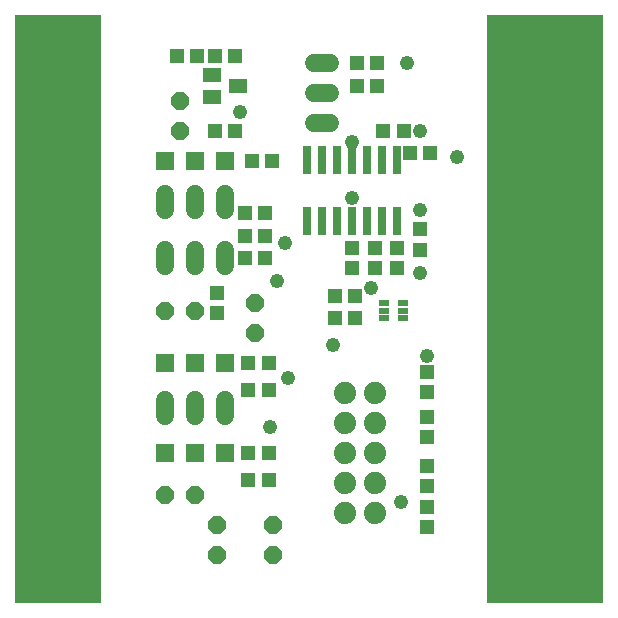
<source format=gts>
G75*
%MOIN*%
%OFA0B0*%
%FSLAX25Y25*%
%IPPOS*%
%LPD*%
%AMOC8*
5,1,8,0,0,1.08239X$1,22.5*
%
%ADD10R,0.28750X1.96250*%
%ADD11R,0.38750X1.96250*%
%ADD12R,0.03162X0.09461*%
%ADD13R,0.05131X0.04737*%
%ADD14OC8,0.06000*%
%ADD15R,0.04737X0.05131*%
%ADD16R,0.05950X0.05950*%
%ADD17C,0.06000*%
%ADD18C,0.07400*%
%ADD19R,0.03556X0.01981*%
%ADD20R,0.06312X0.04737*%
%ADD21C,0.04800*%
%ADD22C,0.05600*%
D10*
X0016175Y0099925D03*
D11*
X0178675Y0099925D03*
D12*
X0129300Y0129064D03*
X0124300Y0129064D03*
X0119300Y0129064D03*
X0114300Y0129064D03*
X0109300Y0129064D03*
X0104300Y0129064D03*
X0099300Y0129064D03*
X0099300Y0149536D03*
X0104300Y0149536D03*
X0109300Y0149536D03*
X0114300Y0149536D03*
X0119300Y0149536D03*
X0124300Y0149536D03*
X0129300Y0149536D03*
D13*
X0136800Y0126396D03*
X0136800Y0119704D03*
X0129300Y0120146D03*
X0129300Y0113454D03*
X0121800Y0113454D03*
X0121800Y0120146D03*
X0114300Y0120146D03*
X0114300Y0113454D03*
X0139300Y0078896D03*
X0139300Y0072204D03*
X0139300Y0033896D03*
X0139300Y0027204D03*
X0069300Y0098454D03*
X0069300Y0105146D03*
D14*
X0061800Y0099300D03*
X0051800Y0099300D03*
X0081800Y0101800D03*
X0081800Y0091800D03*
X0061800Y0038050D03*
X0051800Y0038050D03*
X0069300Y0028050D03*
X0069300Y0018050D03*
X0088050Y0018050D03*
X0088050Y0028050D03*
X0056800Y0159300D03*
X0056800Y0169300D03*
D15*
X0068454Y0159300D03*
X0075146Y0159300D03*
X0080954Y0149300D03*
X0087646Y0149300D03*
X0085146Y0131800D03*
X0078454Y0131800D03*
X0078454Y0124300D03*
X0085146Y0124300D03*
X0085146Y0116800D03*
X0078454Y0116800D03*
X0108454Y0104300D03*
X0115146Y0104300D03*
X0115146Y0096800D03*
X0108454Y0096800D03*
X0086396Y0081800D03*
X0079704Y0081800D03*
X0079704Y0073050D03*
X0086396Y0073050D03*
X0086396Y0051800D03*
X0079704Y0051800D03*
X0079704Y0043050D03*
X0086396Y0043050D03*
X0139300Y0040954D03*
X0139300Y0047646D03*
X0139300Y0057204D03*
X0139300Y0063896D03*
X0140146Y0151800D03*
X0133454Y0151800D03*
X0131396Y0159300D03*
X0124704Y0159300D03*
X0122646Y0174300D03*
X0115954Y0174300D03*
X0115954Y0181800D03*
X0122646Y0181800D03*
X0075146Y0184300D03*
X0068454Y0184300D03*
X0062646Y0184300D03*
X0055954Y0184300D03*
D16*
X0051800Y0149300D03*
X0061800Y0149300D03*
X0071800Y0149300D03*
X0071800Y0081800D03*
X0061800Y0081800D03*
X0051800Y0081800D03*
X0051800Y0051800D03*
X0061800Y0051800D03*
X0071800Y0051800D03*
D17*
X0071800Y0064200D02*
X0071800Y0069400D01*
X0061800Y0069400D02*
X0061800Y0064200D01*
X0051800Y0064200D02*
X0051800Y0069400D01*
X0051800Y0114200D02*
X0051800Y0119400D01*
X0061800Y0119400D02*
X0061800Y0114200D01*
X0071800Y0114200D02*
X0071800Y0119400D01*
X0071800Y0132950D02*
X0071800Y0138150D01*
X0061800Y0138150D02*
X0061800Y0132950D01*
X0051800Y0132950D02*
X0051800Y0138150D01*
X0101700Y0161800D02*
X0106900Y0161800D01*
X0106900Y0171800D02*
X0101700Y0171800D01*
X0101700Y0181800D02*
X0106900Y0181800D01*
D18*
X0111800Y0071800D03*
X0111800Y0061800D03*
X0111800Y0051800D03*
X0111800Y0041800D03*
X0111800Y0031800D03*
X0121800Y0031800D03*
X0121800Y0041800D03*
X0121800Y0051800D03*
X0121800Y0061800D03*
X0121800Y0071800D03*
D19*
X0124900Y0096741D03*
X0124900Y0099300D03*
X0124900Y0101859D03*
X0131200Y0101859D03*
X0131200Y0099300D03*
X0131200Y0096741D03*
D20*
X0067469Y0170560D03*
X0067469Y0178040D03*
X0076131Y0174300D03*
D21*
X0076800Y0165550D03*
X0114300Y0155550D03*
X0114300Y0136800D03*
X0136800Y0133050D03*
X0149300Y0150550D03*
X0136800Y0159300D03*
X0132646Y0181800D03*
X0091800Y0121800D03*
X0089300Y0109300D03*
X0108050Y0088050D03*
X0093050Y0076800D03*
X0086800Y0060550D03*
X0130550Y0035550D03*
X0139300Y0084300D03*
X0120550Y0106800D03*
X0136800Y0111800D03*
D22*
X0006800Y0011800D03*
X0016800Y0021800D03*
X0006800Y0031800D03*
X0016800Y0041800D03*
X0006800Y0051800D03*
X0016800Y0061800D03*
X0006800Y0071800D03*
X0016800Y0081800D03*
X0006800Y0091800D03*
X0016800Y0101800D03*
X0006800Y0111800D03*
X0016800Y0121800D03*
X0006800Y0131800D03*
X0016800Y0141800D03*
X0006800Y0151800D03*
X0016800Y0161800D03*
X0006800Y0171800D03*
X0016800Y0181800D03*
X0006800Y0191800D03*
X0026800Y0191800D03*
X0026800Y0171800D03*
X0026800Y0151800D03*
X0026800Y0131800D03*
X0026800Y0111800D03*
X0026800Y0091800D03*
X0026800Y0071800D03*
X0026800Y0051800D03*
X0026800Y0031800D03*
X0026800Y0011800D03*
X0161800Y0011800D03*
X0171800Y0021800D03*
X0161800Y0031800D03*
X0171800Y0041800D03*
X0161800Y0051800D03*
X0171800Y0061800D03*
X0161800Y0071800D03*
X0171800Y0081800D03*
X0161800Y0091800D03*
X0171800Y0101800D03*
X0161800Y0111800D03*
X0171800Y0121800D03*
X0161800Y0131800D03*
X0171800Y0141800D03*
X0161800Y0151800D03*
X0171800Y0161800D03*
X0161800Y0171800D03*
X0171800Y0181800D03*
X0161800Y0191800D03*
X0181800Y0191800D03*
X0191800Y0181800D03*
X0181800Y0171800D03*
X0191800Y0161800D03*
X0181800Y0151800D03*
X0191800Y0141800D03*
X0181800Y0131800D03*
X0191800Y0121800D03*
X0181800Y0111800D03*
X0191800Y0101800D03*
X0181800Y0091800D03*
X0191800Y0081800D03*
X0181800Y0071800D03*
X0191800Y0061800D03*
X0181800Y0051800D03*
X0191800Y0041800D03*
X0181800Y0031800D03*
X0191800Y0021800D03*
X0181800Y0011800D03*
M02*

</source>
